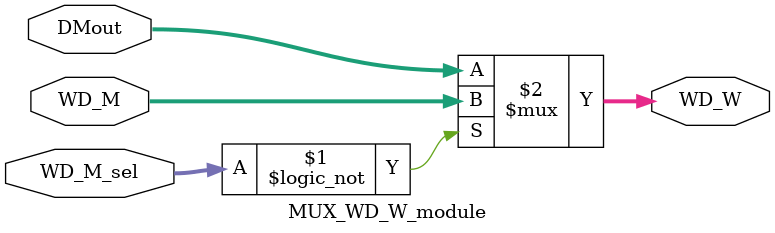
<source format=v>
`timescale 1ns / 1ps
module MUX_PC_module(
    input [31:0] ADD4,
    input [31:0] NPC,
    input [31:0] jrPC,
    input [2:0] PC_sel,
    input CMP_out,
    output [31:0] nextPC
    );

	assign nextPC = (PC_sel == 3)?jrPC:
						 ((PC_sel == 2)||((PC_sel == 1)&&(CMP_out == 1)))?NPC:ADD4;
						 
endmodule

module MUX_ALU1_module(
	input [31:0] RS,
	input [31:0] Instr,
	input ALUsrc_rs,
	output [31:0] ALUsrc1
);
	
	assign ALUsrc1 = (ALUsrc_rs == 0)?RS:{27'b0,Instr[10:6]};

endmodule

module MUX_ALU2_module(
	input [31:0] RT,
	input [31:0] EXT_E,
	input ALUsrc_rt,
	output [31:0] ALUsrc2
);
	
	assign ALUsrc2 = (ALUsrc_rt == 0)?RT:EXT_E;

endmodule

module MUX_WD_M_module(
	input [31:0] PC4_E,
	input [31:0] ALUout,
	input [31:0] HI,
	input [31:0] LO,
	input [31:0] c0,
	input [2:0] WD_E_sel,
	output [31:0] WD_M
);
	
	assign WD_M = (WD_E_sel == 0)?ALUout:
					  (WD_E_sel == 1)?(PC4_E+4):
					  (WD_E_sel == 2)?HI:
					  (WD_E_sel == 3)?LO:c0;

endmodule

module MUX_WD_W_module(
	input [31:0] WD_M,
	input [31:0] DMout,
	input [1:0] WD_M_sel,
	output [31:0] WD_W
);
	
	assign WD_W = (WD_M_sel == 0)?WD_M:DMout;

endmodule


</source>
